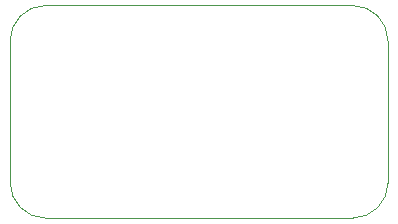
<source format=gbr>
G04 #@! TF.FileFunction,Profile,NP*
%FSLAX46Y46*%
G04 Gerber Fmt 4.6, Leading zero omitted, Abs format (unit mm)*
G04 Created by KiCad (PCBNEW 4.0.7-e2-6376~58~ubuntu16.04.1) date Sun Mar  4 02:19:13 2018*
%MOMM*%
%LPD*%
G01*
G04 APERTURE LIST*
%ADD10C,0.100000*%
G04 APERTURE END LIST*
D10*
X138000000Y-103000000D02*
G75*
G03X135000000Y-106000000I0J-3000000D01*
G01*
X135000000Y-118000000D02*
G75*
G03X138000000Y-121000000I3000000J0D01*
G01*
X164000000Y-121000000D02*
G75*
G03X167000000Y-118000000I0J3000000D01*
G01*
X167000000Y-106000000D02*
G75*
G03X164000000Y-103000000I-3000000J0D01*
G01*
X135000000Y-118000000D02*
X135000000Y-106000000D01*
X164000000Y-121000000D02*
X138000000Y-121000000D01*
X167000000Y-106000000D02*
X167000000Y-118000000D01*
X138000000Y-103000000D02*
X164000000Y-103000000D01*
M02*

</source>
